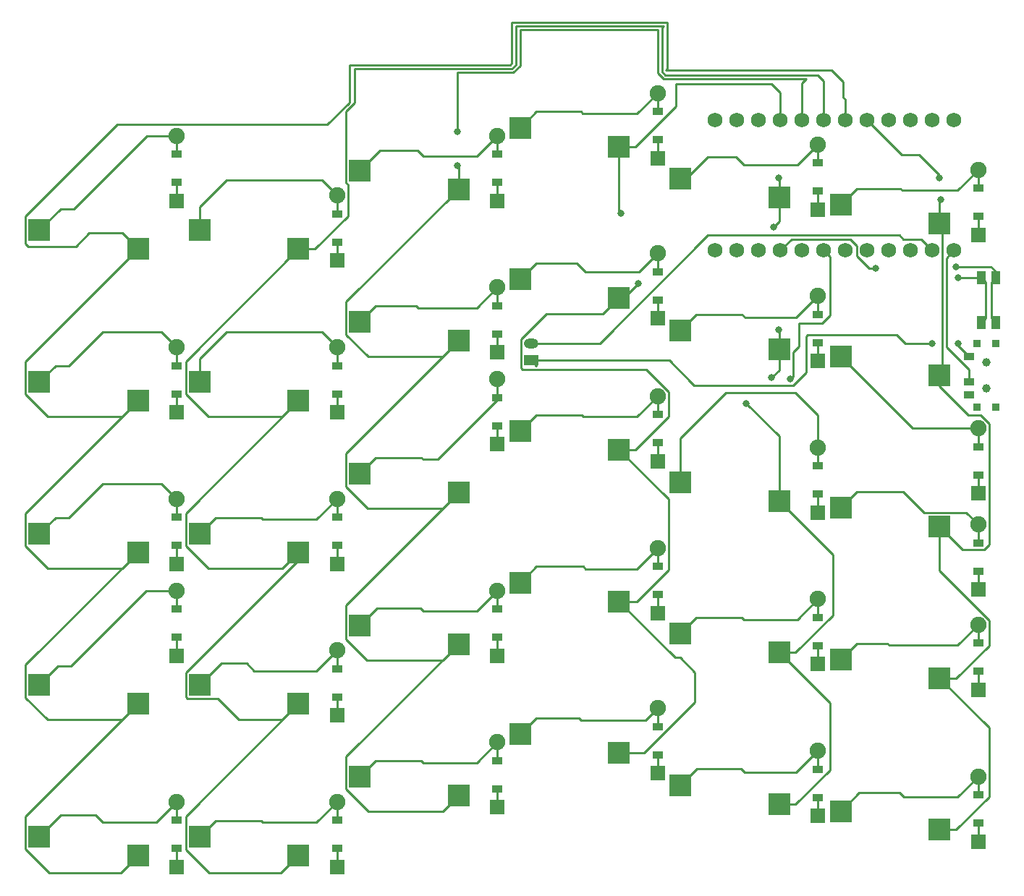
<source format=gbr>
%TF.GenerationSoftware,KiCad,Pcbnew,7.0.8*%
%TF.CreationDate,2024-07-17T12:42:57-03:00*%
%TF.ProjectId,left,6c656674-2e6b-4696-9361-645f70636258,v1.0.0*%
%TF.SameCoordinates,Original*%
%TF.FileFunction,Copper,L2,Bot*%
%TF.FilePolarity,Positive*%
%FSLAX46Y46*%
G04 Gerber Fmt 4.6, Leading zero omitted, Abs format (unit mm)*
G04 Created by KiCad (PCBNEW 7.0.8) date 2024-07-17 12:42:57*
%MOMM*%
%LPD*%
G01*
G04 APERTURE LIST*
%TA.AperFunction,SMDPad,CuDef*%
%ADD10R,0.900000X0.900000*%
%TD*%
%TA.AperFunction,WasherPad*%
%ADD11C,1.000000*%
%TD*%
%TA.AperFunction,SMDPad,CuDef*%
%ADD12R,1.250000X0.900000*%
%TD*%
%TA.AperFunction,SMDPad,CuDef*%
%ADD13R,2.600000X2.600000*%
%TD*%
%TA.AperFunction,ComponentPad*%
%ADD14R,1.778000X1.778000*%
%TD*%
%TA.AperFunction,SMDPad,CuDef*%
%ADD15R,1.200000X0.900000*%
%TD*%
%TA.AperFunction,ComponentPad*%
%ADD16C,1.905000*%
%TD*%
%TA.AperFunction,ComponentPad*%
%ADD17R,1.700000X1.200000*%
%TD*%
%TA.AperFunction,ComponentPad*%
%ADD18O,1.700000X1.200000*%
%TD*%
%TA.AperFunction,ComponentPad*%
%ADD19C,1.752600*%
%TD*%
%TA.AperFunction,SMDPad,CuDef*%
%ADD20R,1.000000X1.550000*%
%TD*%
%TA.AperFunction,ViaPad*%
%ADD21C,0.800000*%
%TD*%
%TA.AperFunction,Conductor*%
%ADD22C,0.250000*%
%TD*%
G04 APERTURE END LIST*
D10*
%TO.P,T1,*%
%TO.N,*%
X203650000Y-96050000D03*
X201450000Y-96050000D03*
D11*
X202550000Y-98250000D03*
X202550000Y-101250000D03*
D10*
X203650000Y-103450000D03*
X201450000Y-103450000D03*
D12*
%TO.P,T1,1*%
%TO.N,pos*%
X200475000Y-97500000D03*
%TO.P,T1,2*%
%TO.N,RAW*%
X200475000Y-100500000D03*
%TO.P,T1,3*%
%TO.N,N/C*%
X200475000Y-102000000D03*
%TD*%
D13*
%TO.P,S21,1*%
%TO.N,P011*%
X178275000Y-149950000D03*
%TO.P,S21,2*%
%TO.N,fifth_mod*%
X166725000Y-147750000D03*
%TD*%
%TO.P,S26,1*%
%TO.N,P017*%
X197025000Y-152950000D03*
%TO.P,S26,2*%
%TO.N,sixth_mod*%
X185475000Y-150750000D03*
%TD*%
D14*
%TO.P,D19,1*%
%TO.N,P029*%
X182800000Y-98060000D03*
D15*
X182800000Y-95900000D03*
%TO.P,D19,2*%
%TO.N,fifth_top*%
X182800000Y-92600000D03*
D16*
X182800000Y-90440000D03*
%TD*%
D13*
%TO.P,S6,1*%
%TO.N,P022*%
X122025000Y-155950000D03*
%TO.P,S6,2*%
%TO.N,second_mod*%
X110475000Y-153750000D03*
%TD*%
D14*
%TO.P,D23,1*%
%TO.N,P031*%
X201550000Y-83310000D03*
D15*
X201550000Y-81150000D03*
%TO.P,D23,2*%
%TO.N,sixth_num*%
X201550000Y-77850000D03*
D16*
X201550000Y-75690000D03*
%TD*%
D14*
%TO.P,D20,1*%
%TO.N,P031*%
X182800000Y-80310000D03*
D15*
X182800000Y-78150000D03*
%TO.P,D20,2*%
%TO.N,fifth_num*%
X182800000Y-74850000D03*
D16*
X182800000Y-72690000D03*
%TD*%
D14*
%TO.P,D29,1*%
%TO.N,P113*%
X164050000Y-146310000D03*
D15*
X164050000Y-144150000D03*
%TO.P,D29,2*%
%TO.N,fourth_mod*%
X164050000Y-140850000D03*
D16*
X164050000Y-138690000D03*
%TD*%
D14*
%TO.P,D12,1*%
%TO.N,P031*%
X145300000Y-79310000D03*
D15*
X145300000Y-77150000D03*
%TO.P,D12,2*%
%TO.N,third_num*%
X145300000Y-73850000D03*
D16*
X145300000Y-71690000D03*
%TD*%
D13*
%TO.P,S17,1*%
%TO.N,P100*%
X159525000Y-126200000D03*
%TO.P,S17,2*%
%TO.N,fourth_bottom*%
X147975000Y-124000000D03*
%TD*%
D14*
%TO.P,D25,1*%
%TO.N,P002*%
X201550000Y-124810000D03*
D15*
X201550000Y-122650000D03*
%TO.P,D25,2*%
%TO.N,sixth_home*%
X201550000Y-119350000D03*
D16*
X201550000Y-117190000D03*
%TD*%
D13*
%TO.P,S9,1*%
%TO.N,P022*%
X122025000Y-102700000D03*
%TO.P,S9,2*%
%TO.N,second_top*%
X110475000Y-100500000D03*
%TD*%
D14*
%TO.P,D17,1*%
%TO.N,P115*%
X182800000Y-133560000D03*
D15*
X182800000Y-131400000D03*
%TO.P,D17,2*%
%TO.N,fifth_bottom*%
X182800000Y-128100000D03*
D16*
X182800000Y-125940000D03*
%TD*%
D13*
%TO.P,S27,1*%
%TO.N,P017*%
X197025000Y-135200000D03*
%TO.P,S27,2*%
%TO.N,sixth_bottom*%
X185475000Y-133000000D03*
%TD*%
%TO.P,S5,1*%
%TO.N,P020*%
X103275000Y-84950000D03*
%TO.P,S5,2*%
%TO.N,first_num*%
X91725000Y-82750000D03*
%TD*%
%TO.P,S1,1*%
%TO.N,P020*%
X103275000Y-155950000D03*
%TO.P,S1,2*%
%TO.N,first_mod*%
X91725000Y-153750000D03*
%TD*%
D14*
%TO.P,D24,1*%
%TO.N,P029*%
X201550000Y-113560000D03*
D15*
X201550000Y-111400000D03*
%TO.P,D24,2*%
%TO.N,sixth_top*%
X201550000Y-108100000D03*
D16*
X201550000Y-105940000D03*
%TD*%
D13*
%TO.P,S28,1*%
%TO.N,P017*%
X197025000Y-117450000D03*
%TO.P,S28,2*%
%TO.N,sixth_home*%
X185475000Y-115250000D03*
%TD*%
%TO.P,S19,1*%
%TO.N,P100*%
X159525000Y-90700000D03*
%TO.P,S19,2*%
%TO.N,fourth_top*%
X147975000Y-88500000D03*
%TD*%
D14*
%TO.P,D27,1*%
%TO.N,P031*%
X107800000Y-79310000D03*
D15*
X107800000Y-77150000D03*
%TO.P,D27,2*%
%TO.N,first_num*%
X107800000Y-73850000D03*
D16*
X107800000Y-71690000D03*
%TD*%
D14*
%TO.P,D9,1*%
%TO.N,P113*%
X145300000Y-150310000D03*
D15*
X145300000Y-148150000D03*
%TO.P,D9,2*%
%TO.N,third_mod*%
X145300000Y-144850000D03*
D16*
X145300000Y-142690000D03*
%TD*%
D14*
%TO.P,D13,1*%
%TO.N,P115*%
X164050000Y-127560000D03*
D15*
X164050000Y-125400000D03*
%TO.P,D13,2*%
%TO.N,fourth_bottom*%
X164050000Y-122100000D03*
D16*
X164050000Y-119940000D03*
%TD*%
D14*
%TO.P,D14,1*%
%TO.N,P002*%
X164050000Y-109810000D03*
D15*
X164050000Y-107650000D03*
%TO.P,D14,2*%
%TO.N,fourth_home*%
X164050000Y-104350000D03*
D16*
X164050000Y-102190000D03*
%TD*%
D13*
%TO.P,S29,1*%
%TO.N,P017*%
X197025000Y-99700000D03*
%TO.P,S29,2*%
%TO.N,sixth_top*%
X185475000Y-97500000D03*
%TD*%
%TO.P,S7,1*%
%TO.N,P022*%
X122025000Y-138200000D03*
%TO.P,S7,2*%
%TO.N,second_bottom*%
X110475000Y-136000000D03*
%TD*%
%TO.P,S22,1*%
%TO.N,P011*%
X178275000Y-132200000D03*
%TO.P,S22,2*%
%TO.N,fifth_bottom*%
X166725000Y-130000000D03*
%TD*%
%TO.P,S4,1*%
%TO.N,P020*%
X103275000Y-102700000D03*
%TO.P,S4,2*%
%TO.N,first_top*%
X91725000Y-100500000D03*
%TD*%
D14*
%TO.P,D18,1*%
%TO.N,P002*%
X182800000Y-115810000D03*
D15*
X182800000Y-113650000D03*
%TO.P,D18,2*%
%TO.N,fifth_home*%
X182800000Y-110350000D03*
D16*
X182800000Y-108190000D03*
%TD*%
D13*
%TO.P,S20,1*%
%TO.N,P100*%
X159525000Y-72950000D03*
%TO.P,S20,2*%
%TO.N,fourth_num*%
X147975000Y-70750000D03*
%TD*%
%TO.P,S8,1*%
%TO.N,P022*%
X122025000Y-120450000D03*
%TO.P,S8,2*%
%TO.N,second_home*%
X110475000Y-118250000D03*
%TD*%
D14*
%TO.P,D6,1*%
%TO.N,P002*%
X126550000Y-121810000D03*
D15*
X126550000Y-119650000D03*
%TO.P,D6,2*%
%TO.N,second_home*%
X126550000Y-116350000D03*
D16*
X126550000Y-114190000D03*
%TD*%
D13*
%TO.P,S23,1*%
%TO.N,P011*%
X178275000Y-114450000D03*
%TO.P,S23,2*%
%TO.N,fifth_home*%
X166725000Y-112250000D03*
%TD*%
D14*
%TO.P,D2,1*%
%TO.N,P002*%
X107800000Y-121810000D03*
D15*
X107800000Y-119650000D03*
%TO.P,D2,2*%
%TO.N,first_home*%
X107800000Y-116350000D03*
D16*
X107800000Y-114190000D03*
%TD*%
D14*
%TO.P,D8,1*%
%TO.N,P031*%
X126550000Y-86310000D03*
D15*
X126550000Y-84150000D03*
%TO.P,D8,2*%
%TO.N,second_num*%
X126550000Y-80850000D03*
D16*
X126550000Y-78690000D03*
%TD*%
D13*
%TO.P,S12,1*%
%TO.N,P024*%
X140775000Y-131200000D03*
%TO.P,S12,2*%
%TO.N,third_bottom*%
X129225000Y-129000000D03*
%TD*%
D14*
%TO.P,D21,1*%
%TO.N,P113*%
X201550000Y-154310000D03*
D15*
X201550000Y-152150000D03*
%TO.P,D21,2*%
%TO.N,sixth_mod*%
X201550000Y-148850000D03*
D16*
X201550000Y-146690000D03*
%TD*%
D14*
%TO.P,D3,1*%
%TO.N,P029*%
X107800000Y-104060000D03*
D15*
X107800000Y-101900000D03*
%TO.P,D3,2*%
%TO.N,first_top*%
X107800000Y-98600000D03*
D16*
X107800000Y-96440000D03*
%TD*%
D13*
%TO.P,S24,1*%
%TO.N,P011*%
X178275000Y-96700000D03*
%TO.P,S24,2*%
%TO.N,fifth_top*%
X166725000Y-94500000D03*
%TD*%
D14*
%TO.P,D30,1*%
%TO.N,P029*%
X164050000Y-93060000D03*
D15*
X164050000Y-90900000D03*
%TO.P,D30,2*%
%TO.N,fourth_top*%
X164050000Y-87600000D03*
D16*
X164050000Y-85440000D03*
%TD*%
D13*
%TO.P,S30,1*%
%TO.N,P017*%
X197025000Y-81950000D03*
%TO.P,S30,2*%
%TO.N,sixth_num*%
X185475000Y-79750000D03*
%TD*%
D14*
%TO.P,D10,1*%
%TO.N,P115*%
X145300000Y-132560000D03*
D15*
X145300000Y-130400000D03*
%TO.P,D10,2*%
%TO.N,third_bottom*%
X145300000Y-127100000D03*
D16*
X145300000Y-124940000D03*
%TD*%
D14*
%TO.P,D28,1*%
%TO.N,P002*%
X145300000Y-107810000D03*
D15*
X145300000Y-105650000D03*
%TO.P,D28,2*%
%TO.N,third_home*%
X145300000Y-102350000D03*
D16*
X145300000Y-100190000D03*
%TD*%
D14*
%TO.P,D5,1*%
%TO.N,P115*%
X126550000Y-139560000D03*
D15*
X126550000Y-137400000D03*
%TO.P,D5,2*%
%TO.N,second_bottom*%
X126550000Y-134100000D03*
D16*
X126550000Y-131940000D03*
%TD*%
D13*
%TO.P,S18,1*%
%TO.N,P100*%
X159525000Y-108450000D03*
%TO.P,S18,2*%
%TO.N,fourth_home*%
X147975000Y-106250000D03*
%TD*%
%TO.P,S13,1*%
%TO.N,P024*%
X140775000Y-113450000D03*
%TO.P,S13,2*%
%TO.N,third_home*%
X129225000Y-111250000D03*
%TD*%
D14*
%TO.P,D16,1*%
%TO.N,P113*%
X182800000Y-151310000D03*
D15*
X182800000Y-149150000D03*
%TO.P,D16,2*%
%TO.N,fifth_mod*%
X182800000Y-145850000D03*
D16*
X182800000Y-143690000D03*
%TD*%
D17*
%TO.P,JST1,1*%
%TO.N,pos*%
X149250000Y-98000000D03*
D18*
%TO.P,JST1,2*%
%TO.N,GND*%
X149250000Y-96000000D03*
%TD*%
D13*
%TO.P,S10,1*%
%TO.N,P022*%
X122025000Y-84950000D03*
%TO.P,S10,2*%
%TO.N,second_num*%
X110475000Y-82750000D03*
%TD*%
D14*
%TO.P,D7,1*%
%TO.N,P029*%
X126550000Y-104060000D03*
D15*
X126550000Y-101900000D03*
%TO.P,D7,2*%
%TO.N,second_top*%
X126550000Y-98600000D03*
D16*
X126550000Y-96440000D03*
%TD*%
D14*
%TO.P,D11,1*%
%TO.N,P029*%
X145300000Y-97060000D03*
D15*
X145300000Y-94900000D03*
%TO.P,D11,2*%
%TO.N,third_top*%
X145300000Y-91600000D03*
D16*
X145300000Y-89440000D03*
%TD*%
D13*
%TO.P,S2,1*%
%TO.N,P020*%
X103275000Y-138200000D03*
%TO.P,S2,2*%
%TO.N,first_bottom*%
X91725000Y-136000000D03*
%TD*%
%TO.P,S14,1*%
%TO.N,P024*%
X140775000Y-95700000D03*
%TO.P,S14,2*%
%TO.N,third_top*%
X129225000Y-93500000D03*
%TD*%
D19*
%TO.P,MCU1,1*%
%TO.N,P006*%
X198720000Y-69880000D03*
%TO.P,MCU1,2*%
%TO.N,P008*%
X196180000Y-69880000D03*
%TO.P,MCU1,3*%
%TO.N,GND*%
X193640000Y-69880000D03*
%TO.P,MCU1,4*%
X191100000Y-69880000D03*
%TO.P,MCU1,5*%
%TO.N,P017*%
X188560000Y-69880000D03*
%TO.P,MCU1,6*%
%TO.N,P020*%
X186020000Y-69880000D03*
%TO.P,MCU1,7*%
%TO.N,P022*%
X183480000Y-69880000D03*
%TO.P,MCU1,8*%
%TO.N,P024*%
X180940000Y-69880000D03*
%TO.P,MCU1,9*%
%TO.N,P100*%
X178400000Y-69880000D03*
%TO.P,MCU1,10*%
%TO.N,P011*%
X175860000Y-69880000D03*
%TO.P,MCU1,11*%
%TO.N,P104*%
X173320000Y-69880000D03*
%TO.P,MCU1,12*%
%TO.N,P106*%
X170780000Y-69880000D03*
%TO.P,MCU1,13*%
%TO.N,P009*%
X170780000Y-85120000D03*
%TO.P,MCU1,14*%
%TO.N,P010*%
X173320000Y-85120000D03*
%TO.P,MCU1,15*%
%TO.N,P111*%
X175860000Y-85120000D03*
%TO.P,MCU1,16*%
%TO.N,P113*%
X178400000Y-85120000D03*
%TO.P,MCU1,17*%
%TO.N,P115*%
X180940000Y-85120000D03*
%TO.P,MCU1,18*%
%TO.N,P002*%
X183480000Y-85120000D03*
%TO.P,MCU1,19*%
%TO.N,P029*%
X186020000Y-85120000D03*
%TO.P,MCU1,20*%
%TO.N,P031*%
X188560000Y-85120000D03*
%TO.P,MCU1,21*%
%TO.N,VCC*%
X191100000Y-85120000D03*
%TO.P,MCU1,22*%
%TO.N,RST*%
X193640000Y-85120000D03*
%TO.P,MCU1,23*%
%TO.N,GND*%
X196180000Y-85120000D03*
%TO.P,MCU1,24*%
%TO.N,RAW*%
X198720000Y-85120000D03*
%TD*%
D20*
%TO.P,B1,1*%
%TO.N,GND*%
X203600000Y-88325000D03*
X203600000Y-93575000D03*
%TO.P,B1,2*%
%TO.N,RST*%
X201900000Y-88325000D03*
X201900000Y-93575000D03*
%TD*%
D14*
%TO.P,D26,1*%
%TO.N,P115*%
X107800000Y-132560000D03*
D15*
X107800000Y-130400000D03*
%TO.P,D26,2*%
%TO.N,first_bottom*%
X107800000Y-127100000D03*
D16*
X107800000Y-124940000D03*
%TD*%
D13*
%TO.P,S16,1*%
%TO.N,P100*%
X159525000Y-143950000D03*
%TO.P,S16,2*%
%TO.N,fourth_mod*%
X147975000Y-141750000D03*
%TD*%
%TO.P,S3,1*%
%TO.N,P020*%
X103275000Y-120450000D03*
%TO.P,S3,2*%
%TO.N,first_home*%
X91725000Y-118250000D03*
%TD*%
D14*
%TO.P,D4,1*%
%TO.N,P113*%
X126550000Y-157310000D03*
D15*
X126550000Y-155150000D03*
%TO.P,D4,2*%
%TO.N,second_mod*%
X126550000Y-151850000D03*
D16*
X126550000Y-149690000D03*
%TD*%
D13*
%TO.P,S15,1*%
%TO.N,P024*%
X140775000Y-77950000D03*
%TO.P,S15,2*%
%TO.N,third_num*%
X129225000Y-75750000D03*
%TD*%
D14*
%TO.P,D15,1*%
%TO.N,P031*%
X164050000Y-74310000D03*
D15*
X164050000Y-72150000D03*
%TO.P,D15,2*%
%TO.N,fourth_num*%
X164050000Y-68850000D03*
D16*
X164050000Y-66690000D03*
%TD*%
D13*
%TO.P,S25,1*%
%TO.N,P011*%
X178275000Y-78950000D03*
%TO.P,S25,2*%
%TO.N,fifth_num*%
X166725000Y-76750000D03*
%TD*%
D14*
%TO.P,D1,1*%
%TO.N,P113*%
X107800000Y-157310000D03*
D15*
X107800000Y-155150000D03*
%TO.P,D1,2*%
%TO.N,first_mod*%
X107800000Y-151850000D03*
D16*
X107800000Y-149690000D03*
%TD*%
D13*
%TO.P,S11,1*%
%TO.N,P024*%
X140775000Y-148950000D03*
%TO.P,S11,2*%
%TO.N,third_mod*%
X129225000Y-146750000D03*
%TD*%
D14*
%TO.P,D22,1*%
%TO.N,P115*%
X201550000Y-136560000D03*
D15*
X201550000Y-134400000D03*
%TO.P,D22,2*%
%TO.N,sixth_bottom*%
X201550000Y-131100000D03*
D16*
X201550000Y-128940000D03*
%TD*%
D21*
%TO.N,P011*%
X177600000Y-82400000D03*
X178200000Y-94400000D03*
X177400000Y-100000000D03*
X174400000Y-103000000D03*
%TO.N,P100*%
X159800000Y-80800000D03*
X161800000Y-89000000D03*
%TO.N,P024*%
X140600000Y-75200000D03*
X140600000Y-71200000D03*
%TO.N,P011*%
X178200000Y-76600000D03*
%TO.N,P017*%
X197200000Y-79200000D03*
X197000000Y-76600000D03*
%TO.N,P113*%
X189600000Y-87200000D03*
%TO.N,P002*%
X179600000Y-100200000D03*
%TO.N,GND*%
X199000000Y-87000000D03*
%TO.N,RST*%
X199200000Y-88325000D03*
%TO.N,pos*%
X196200000Y-96000000D03*
X199200000Y-96000000D03*
%TD*%
D22*
%TO.N,GND*%
X157284620Y-96000000D02*
X169934620Y-83350000D01*
X169934620Y-83350000D02*
X192350000Y-83350000D01*
X192825000Y-83825000D02*
X194885000Y-83825000D01*
X192350000Y-83350000D02*
X192825000Y-83825000D01*
X149250000Y-96000000D02*
X157284620Y-96000000D01*
X194885000Y-83825000D02*
X196180000Y-85120000D01*
%TO.N,P113*%
X189600000Y-87200000D02*
X188800000Y-87200000D01*
X186600000Y-83800000D02*
X179720000Y-83800000D01*
X188800000Y-87200000D02*
X187358700Y-85758700D01*
X187358700Y-85758700D02*
X187358700Y-84558700D01*
X187358700Y-84558700D02*
X186600000Y-83800000D01*
X179720000Y-83800000D02*
X178400000Y-85120000D01*
%TO.N,fifth_home*%
X166725000Y-112250000D02*
X166725000Y-107075000D01*
X166725000Y-107075000D02*
X172000000Y-101800000D01*
X172000000Y-101800000D02*
X180200000Y-101800000D01*
X180200000Y-101800000D02*
X182800000Y-104400000D01*
X182800000Y-104400000D02*
X182800000Y-108190000D01*
%TO.N,P011*%
X178275000Y-81725000D02*
X178275000Y-78950000D01*
X178275000Y-96700000D02*
X178275000Y-94475000D01*
X178275000Y-94475000D02*
X178200000Y-94400000D01*
X177600000Y-82400000D02*
X178275000Y-81725000D01*
X177400000Y-100000000D02*
X178275000Y-99125000D01*
X178275000Y-114450000D02*
X178275000Y-106875000D01*
X178275000Y-99125000D02*
X178275000Y-96700000D01*
X178275000Y-106875000D02*
X174400000Y-103000000D01*
X178275000Y-132200000D02*
X180209620Y-132200000D01*
X184600000Y-120775000D02*
X178275000Y-114450000D01*
X180209620Y-132200000D02*
X184600000Y-127809620D01*
X184600000Y-127809620D02*
X184600000Y-120775000D01*
X178275000Y-149950000D02*
X180209620Y-149950000D01*
X180209620Y-149950000D02*
X184200000Y-145959620D01*
X184200000Y-138125000D02*
X178275000Y-132200000D01*
X184200000Y-145959620D02*
X184200000Y-138125000D01*
%TO.N,P100*%
X159800000Y-80800000D02*
X159525000Y-80525000D01*
X159525000Y-80525000D02*
X159525000Y-72950000D01*
X159525000Y-90700000D02*
X160100000Y-90700000D01*
X160100000Y-90700000D02*
X161800000Y-89000000D01*
X159525000Y-108450000D02*
X161459620Y-108450000D01*
X165327500Y-104582120D02*
X165327500Y-101660842D01*
X151025000Y-92575000D02*
X157650000Y-92575000D01*
X161459620Y-108450000D02*
X165327500Y-104582120D01*
X162716658Y-99050000D02*
X148250000Y-99050000D01*
X165327500Y-101660842D02*
X162716658Y-99050000D01*
X148250000Y-99050000D02*
X148075000Y-98875000D01*
X148075000Y-98875000D02*
X148075000Y-95525000D01*
X148075000Y-95525000D02*
X151025000Y-92575000D01*
X157650000Y-92575000D02*
X159525000Y-90700000D01*
X159525000Y-126200000D02*
X161600000Y-126200000D01*
X161600000Y-126200000D02*
X165327500Y-122472500D01*
X165327500Y-122472500D02*
X165327500Y-114252500D01*
X165327500Y-114252500D02*
X159525000Y-108450000D01*
X159525000Y-143950000D02*
X162459620Y-143950000D01*
X162459620Y-143950000D02*
X168425000Y-137984620D01*
X168425000Y-137984620D02*
X168425000Y-134495532D01*
X166125000Y-132800000D02*
X159525000Y-126200000D01*
X168425000Y-134495532D02*
X166729468Y-132800000D01*
X166729468Y-132800000D02*
X166125000Y-132800000D01*
%TO.N,P020*%
X103275000Y-84950000D02*
X101400000Y-83075000D01*
X101225000Y-158000000D02*
X103275000Y-155950000D01*
X125400000Y-70400000D02*
X128000000Y-67800000D01*
X101400000Y-83075000D02*
X97525000Y-83075000D01*
X92740380Y-104575000D02*
X101400000Y-104575000D01*
X186020000Y-67420000D02*
X186020000Y-69880000D01*
X100800000Y-70400000D02*
X125400000Y-70400000D01*
X184400000Y-64000000D02*
X185800000Y-65400000D01*
X90100000Y-133625000D02*
X90100000Y-137500000D01*
X90100000Y-137500000D02*
X92675000Y-140075000D01*
X90100000Y-151375000D02*
X90100000Y-155184620D01*
X165000000Y-64000000D02*
X184400000Y-64000000D01*
X101400000Y-140075000D02*
X103275000Y-138200000D01*
X90425000Y-84625000D02*
X90100000Y-84300000D01*
X90100000Y-119700000D02*
X92725000Y-122325000D01*
X147000000Y-58400000D02*
X165200000Y-58400000D01*
X128000000Y-63400000D02*
X146800000Y-63400000D01*
X103275000Y-84950000D02*
X90100000Y-98125000D01*
X90100000Y-98125000D02*
X90100000Y-101934620D01*
X128000000Y-67800000D02*
X128000000Y-63400000D01*
X101400000Y-122325000D02*
X103275000Y-120450000D01*
X103275000Y-102700000D02*
X90100000Y-115875000D01*
X90100000Y-101934620D02*
X92740380Y-104575000D01*
X92675000Y-140075000D02*
X101400000Y-140075000D01*
X92725000Y-122325000D02*
X101400000Y-122325000D01*
X97525000Y-83075000D02*
X95975000Y-84625000D01*
X90100000Y-84300000D02*
X90100000Y-81100000D01*
X90100000Y-81100000D02*
X100800000Y-70400000D01*
X90100000Y-115875000D02*
X90100000Y-119700000D01*
X103275000Y-120450000D02*
X90100000Y-133625000D01*
X185800000Y-65400000D02*
X185800000Y-67200000D01*
X147000000Y-63200000D02*
X147000000Y-58400000D01*
X165200000Y-58400000D02*
X165200000Y-63800000D01*
X185800000Y-67200000D02*
X186020000Y-67420000D01*
X146800000Y-63400000D02*
X147000000Y-63200000D01*
X90100000Y-155184620D02*
X92915380Y-158000000D01*
X165200000Y-63800000D02*
X165000000Y-64000000D01*
X95975000Y-84625000D02*
X90425000Y-84625000D01*
X101400000Y-104575000D02*
X103275000Y-102700000D01*
X92915380Y-158000000D02*
X101225000Y-158000000D01*
X103275000Y-138200000D02*
X90100000Y-151375000D01*
%TO.N,first_mod*%
X94249100Y-151225900D02*
X98270901Y-151225900D01*
X98270901Y-151225900D02*
X99134501Y-152089500D01*
X105400500Y-152089500D02*
X107800000Y-149690000D01*
X99134501Y-152089500D02*
X105400500Y-152089500D01*
X107800000Y-149690000D02*
X107800000Y-151850000D01*
X91725000Y-153750000D02*
X94249100Y-151225900D01*
%TO.N,first_bottom*%
X91725000Y-136000000D02*
X93922500Y-133802500D01*
X93922500Y-133802500D02*
X95397500Y-133802500D01*
X107800000Y-124940000D02*
X107800000Y-127100000D01*
X95397500Y-133802500D02*
X104260000Y-124940000D01*
X104260000Y-124940000D02*
X107800000Y-124940000D01*
%TO.N,first_home*%
X95170001Y-116375000D02*
X99134501Y-112410500D01*
X106020500Y-112410500D02*
X107800000Y-114190000D01*
X99134501Y-112410500D02*
X106020500Y-112410500D01*
X93600000Y-116375000D02*
X95170001Y-116375000D01*
X91725000Y-118250000D02*
X93600000Y-116375000D01*
X107800000Y-114190000D02*
X107800000Y-116350000D01*
%TO.N,first_top*%
X93600000Y-98625000D02*
X95170001Y-98625000D01*
X107800000Y-96440000D02*
X107800000Y-98600000D01*
X91725000Y-100500000D02*
X93600000Y-98625000D01*
X106020500Y-94660500D02*
X107800000Y-96440000D01*
X95170001Y-98625000D02*
X99134501Y-94660500D01*
X99134501Y-94660500D02*
X106020500Y-94660500D01*
%TO.N,first_num*%
X107800000Y-71690000D02*
X107800000Y-73850000D01*
X94249100Y-80225900D02*
X95774100Y-80225900D01*
X104310000Y-71690000D02*
X107800000Y-71690000D01*
X91725000Y-82750000D02*
X94249100Y-80225900D01*
X95774100Y-80225900D02*
X104310000Y-71690000D01*
%TO.N,P022*%
X112625000Y-137625000D02*
X115075000Y-140075000D01*
X111490380Y-122325000D02*
X120150000Y-122325000D01*
X128600000Y-63850000D02*
X146986396Y-63850000D01*
X122025000Y-121390380D02*
X108850000Y-134565380D01*
X115075000Y-140075000D02*
X120150000Y-140075000D01*
X108850000Y-101934620D02*
X111490380Y-104575000D01*
X120150000Y-104575000D02*
X122025000Y-102700000D01*
X108850000Y-115875000D02*
X108850000Y-119684620D01*
X122025000Y-138200000D02*
X108850000Y-151375000D01*
X122025000Y-120450000D02*
X122025000Y-121390380D01*
X128600000Y-67836396D02*
X128600000Y-63850000D01*
X127600000Y-68836396D02*
X128600000Y-67836396D01*
X182800000Y-64600000D02*
X183480000Y-65280000D01*
X127600000Y-77184620D02*
X127600000Y-68836396D01*
X111490380Y-104575000D02*
X120150000Y-104575000D01*
X122025000Y-84950000D02*
X123959620Y-84950000D01*
X164963604Y-64600000D02*
X182800000Y-64600000D01*
X120150000Y-140075000D02*
X122025000Y-138200000D01*
X122025000Y-84950000D02*
X108850000Y-98125000D01*
X183480000Y-65280000D02*
X183480000Y-69880000D01*
X127827500Y-77412120D02*
X127600000Y-77184620D01*
X108850000Y-98125000D02*
X108850000Y-101934620D01*
X164750000Y-58850000D02*
X164550000Y-59050000D01*
X120150000Y-122325000D02*
X122025000Y-120450000D01*
X108850000Y-155250000D02*
X111600000Y-158000000D01*
X108850000Y-134565380D02*
X108850000Y-137434620D01*
X164550000Y-64186396D02*
X164963604Y-64600000D01*
X108850000Y-119684620D02*
X111490380Y-122325000D01*
X147450000Y-63386396D02*
X147450000Y-58850000D01*
X147450000Y-58850000D02*
X164750000Y-58850000D01*
X123959620Y-84950000D02*
X127827500Y-81082120D01*
X164550000Y-59050000D02*
X164550000Y-64186396D01*
X122025000Y-102700000D02*
X108850000Y-115875000D01*
X108850000Y-137434620D02*
X109040380Y-137625000D01*
X111600000Y-158000000D02*
X119975000Y-158000000D01*
X108850000Y-151375000D02*
X108850000Y-155250000D01*
X146986396Y-63850000D02*
X147450000Y-63386396D01*
X119975000Y-158000000D02*
X122025000Y-155950000D01*
X109040380Y-137625000D02*
X112625000Y-137625000D01*
X127827500Y-81082120D02*
X127827500Y-77412120D01*
%TO.N,second_mod*%
X124150500Y-152089500D02*
X126550000Y-149690000D01*
X112350000Y-151875000D02*
X117670001Y-151875000D01*
X117884501Y-152089500D02*
X124150500Y-152089500D01*
X110475000Y-153750000D02*
X112350000Y-151875000D01*
X126550000Y-149690000D02*
X126550000Y-151850000D01*
X117670001Y-151875000D02*
X117884501Y-152089500D01*
%TO.N,second_bottom*%
X110475000Y-136000000D02*
X112999100Y-133475900D01*
X115984600Y-133475900D02*
X116848200Y-134339500D01*
X116848200Y-134339500D02*
X124150500Y-134339500D01*
X112999100Y-133475900D02*
X115984600Y-133475900D01*
X124150500Y-134339500D02*
X126550000Y-131940000D01*
X126550000Y-131940000D02*
X126550000Y-134100000D01*
%TO.N,second_home*%
X112350000Y-116375000D02*
X117670001Y-116375000D01*
X117895001Y-116600000D02*
X124140000Y-116600000D01*
X126550000Y-114190000D02*
X126550000Y-116350000D01*
X110475000Y-118250000D02*
X112350000Y-116375000D01*
X124140000Y-116600000D02*
X126550000Y-114190000D01*
X117670001Y-116375000D02*
X117895001Y-116600000D01*
%TO.N,second_top*%
X110475000Y-100500000D02*
X110475000Y-97791316D01*
X110475000Y-97791316D02*
X113605816Y-94660500D01*
X113605816Y-94660500D02*
X124770500Y-94660500D01*
X126550000Y-96440000D02*
X126550000Y-98600000D01*
X124770500Y-94660500D02*
X126550000Y-96440000D01*
%TO.N,second_num*%
X113605816Y-76910500D02*
X124770500Y-76910500D01*
X124770500Y-76910500D02*
X126550000Y-78690000D01*
X110475000Y-82750000D02*
X110475000Y-80041316D01*
X110475000Y-80041316D02*
X113605816Y-76910500D01*
X126550000Y-78690000D02*
X126550000Y-80850000D01*
%TO.N,P024*%
X147172792Y-64300000D02*
X148000000Y-63472792D01*
X148000000Y-63472792D02*
X148000000Y-59300000D01*
X140775000Y-77950000D02*
X127600000Y-91125000D01*
X140775000Y-75375000D02*
X140600000Y-75200000D01*
X127600000Y-91125000D02*
X127600000Y-95000000D01*
X140775000Y-113450000D02*
X127600000Y-126625000D01*
X127600000Y-108875000D02*
X127600000Y-112800000D01*
X138900000Y-133075000D02*
X140775000Y-131200000D01*
X138900000Y-115325000D02*
X140775000Y-113450000D01*
X140600000Y-64300000D02*
X147172792Y-64300000D01*
X164100000Y-64372792D02*
X164777208Y-65050000D01*
X127600000Y-126625000D02*
X127600000Y-130600000D01*
X138900000Y-150825000D02*
X140775000Y-148950000D01*
X127600000Y-112800000D02*
X130125000Y-115325000D01*
X140775000Y-131200000D02*
X127600000Y-144375000D01*
X140775000Y-77950000D02*
X140775000Y-75375000D01*
X130075000Y-133075000D02*
X138900000Y-133075000D01*
X181400000Y-65050000D02*
X180940000Y-65510000D01*
X127600000Y-144375000D02*
X127600000Y-148184620D01*
X138900000Y-97575000D02*
X140775000Y-95700000D01*
X127600000Y-130600000D02*
X130075000Y-133075000D01*
X164777208Y-65050000D02*
X181400000Y-65050000D01*
X130240380Y-150825000D02*
X138900000Y-150825000D01*
X180940000Y-65510000D02*
X180940000Y-69880000D01*
X127600000Y-148184620D02*
X130240380Y-150825000D01*
X140775000Y-95700000D02*
X127600000Y-108875000D01*
X127600000Y-95000000D02*
X130175000Y-97575000D01*
X130125000Y-115325000D02*
X138900000Y-115325000D01*
X148000000Y-59300000D02*
X164100000Y-59300000D01*
X140600000Y-71200000D02*
X140600000Y-64300000D01*
X164100000Y-59300000D02*
X164100000Y-64372792D01*
X130175000Y-97575000D02*
X138900000Y-97575000D01*
%TO.N,third_mod*%
X142900500Y-145089500D02*
X145300000Y-142690000D01*
X131100000Y-144875000D02*
X136420001Y-144875000D01*
X129225000Y-146750000D02*
X131100000Y-144875000D01*
X136634501Y-145089500D02*
X142900500Y-145089500D01*
X136420001Y-144875000D02*
X136634501Y-145089500D01*
X145300000Y-142690000D02*
X145300000Y-144850000D01*
%TO.N,third_bottom*%
X145300000Y-124940000D02*
X145300000Y-127100000D01*
X131225000Y-127000000D02*
X136295001Y-127000000D01*
X136634501Y-127339500D02*
X142900500Y-127339500D01*
X129225000Y-129000000D02*
X131225000Y-127000000D01*
X142900500Y-127339500D02*
X145300000Y-124940000D01*
X136295001Y-127000000D02*
X136634501Y-127339500D01*
%TO.N,third_home*%
X131100000Y-109375000D02*
X136420001Y-109375000D01*
X136634501Y-109589500D02*
X138365499Y-109589500D01*
X145300000Y-102654999D02*
X145300000Y-100190000D01*
X129225000Y-111250000D02*
X131100000Y-109375000D01*
X145300000Y-100190000D02*
X145300000Y-102350000D01*
X138365499Y-109589500D02*
X145300000Y-102654999D01*
X136420001Y-109375000D02*
X136634501Y-109589500D01*
%TO.N,third_top*%
X129225000Y-93500000D02*
X131100000Y-91625000D01*
X142900500Y-91839500D02*
X145300000Y-89440000D01*
X131100000Y-91625000D02*
X135825000Y-91625000D01*
X145300000Y-89440000D02*
X145300000Y-91600000D01*
X135825000Y-91625000D02*
X136039500Y-91839500D01*
X136039500Y-91839500D02*
X142900500Y-91839500D01*
%TO.N,third_num*%
X145300000Y-71690000D02*
X145300000Y-73850000D01*
X131547500Y-73427500D02*
X135972501Y-73427500D01*
X135972501Y-73427500D02*
X136634501Y-74089500D01*
X129225000Y-75750000D02*
X131547500Y-73427500D01*
X142900500Y-74089500D02*
X145300000Y-71690000D01*
X136634501Y-74089500D02*
X142900500Y-74089500D01*
%TO.N,P100*%
X161459620Y-72950000D02*
X166200000Y-68209620D01*
X159525000Y-72950000D02*
X161459620Y-72950000D01*
X177400000Y-65600000D02*
X178400000Y-66600000D01*
X166200000Y-68209620D02*
X166200000Y-65600000D01*
X178400000Y-66600000D02*
X178400000Y-69880000D01*
X166200000Y-65600000D02*
X177400000Y-65600000D01*
%TO.N,fourth_mod*%
X162650500Y-140089500D02*
X164050000Y-138690000D01*
X147975000Y-141750000D02*
X149850000Y-139875000D01*
X154875000Y-139875000D02*
X155089500Y-140089500D01*
X164050000Y-138690000D02*
X164050000Y-140850000D01*
X149850000Y-139875000D02*
X154875000Y-139875000D01*
X155089500Y-140089500D02*
X162650500Y-140089500D01*
%TO.N,fourth_bottom*%
X149850000Y-122125000D02*
X155325000Y-122125000D01*
X155600000Y-122400000D02*
X161590000Y-122400000D01*
X161590000Y-122400000D02*
X164050000Y-119940000D01*
X147975000Y-124000000D02*
X149850000Y-122125000D01*
X155325000Y-122125000D02*
X155600000Y-122400000D01*
X164050000Y-119940000D02*
X164050000Y-122100000D01*
%TO.N,fourth_home*%
X147975000Y-106250000D02*
X149850000Y-104375000D01*
X164050000Y-102190000D02*
X164050000Y-104350000D01*
X149850000Y-104375000D02*
X155170001Y-104375000D01*
X155170001Y-104375000D02*
X155384501Y-104589500D01*
X155384501Y-104589500D02*
X161650500Y-104589500D01*
X161650500Y-104589500D02*
X164050000Y-102190000D01*
%TO.N,fourth_top*%
X161890000Y-87600000D02*
X164050000Y-85440000D01*
X154625000Y-86625000D02*
X155600000Y-87600000D01*
X155600000Y-87600000D02*
X161890000Y-87600000D01*
X149850000Y-86625000D02*
X154625000Y-86625000D01*
X147975000Y-88500000D02*
X149850000Y-86625000D01*
X164050000Y-85440000D02*
X164050000Y-87600000D01*
%TO.N,fourth_num*%
X149850000Y-68875000D02*
X155075000Y-68875000D01*
X147975000Y-70750000D02*
X149850000Y-68875000D01*
X155289500Y-69089500D02*
X161650500Y-69089500D01*
X155075000Y-68875000D02*
X155289500Y-69089500D01*
X164050000Y-66690000D02*
X164050000Y-68850000D01*
X161650500Y-69089500D02*
X164050000Y-66690000D01*
%TO.N,P011*%
X178275000Y-76675000D02*
X178200000Y-76600000D01*
X178275000Y-78950000D02*
X178275000Y-76675000D01*
%TO.N,fifth_mod*%
X174245001Y-146200000D02*
X180290000Y-146200000D01*
X182800000Y-143690000D02*
X182800000Y-145850000D01*
X168675000Y-145800000D02*
X173845001Y-145800000D01*
X180290000Y-146200000D02*
X182800000Y-143690000D01*
X166725000Y-147750000D02*
X168675000Y-145800000D01*
X173845001Y-145800000D02*
X174245001Y-146200000D01*
%TO.N,fifth_bottom*%
X166725000Y-130000000D02*
X168600000Y-128125000D01*
X174134501Y-128339500D02*
X180400500Y-128339500D01*
X182800000Y-125940000D02*
X182800000Y-128100000D01*
X173920001Y-128125000D02*
X174134501Y-128339500D01*
X168600000Y-128125000D02*
X173920001Y-128125000D01*
X180400500Y-128339500D02*
X182800000Y-125940000D01*
%TO.N,fifth_home*%
X182800000Y-108190000D02*
X182800000Y-110350000D01*
%TO.N,fifth_top*%
X173920001Y-92625000D02*
X174295001Y-93000000D01*
X166725000Y-94500000D02*
X168600000Y-92625000D01*
X180240000Y-93000000D02*
X182800000Y-90440000D01*
X174295001Y-93000000D02*
X180240000Y-93000000D01*
X182800000Y-90440000D02*
X182800000Y-92600000D01*
X168600000Y-92625000D02*
X173920001Y-92625000D01*
%TO.N,fifth_num*%
X180400500Y-75089500D02*
X182800000Y-72690000D01*
X169898350Y-74200000D02*
X173245001Y-74200000D01*
X173245001Y-74200000D02*
X174134501Y-75089500D01*
X182800000Y-72690000D02*
X182800000Y-74850000D01*
X166725000Y-76750000D02*
X167348350Y-76750000D01*
X167348350Y-76750000D02*
X169898350Y-74200000D01*
X174134501Y-75089500D02*
X180400500Y-75089500D01*
%TO.N,P017*%
X202827500Y-131372500D02*
X202827500Y-128410842D01*
X197025000Y-79375000D02*
X197025000Y-81950000D01*
X199000000Y-135200000D02*
X202827500Y-131372500D01*
X197025000Y-122608342D02*
X197025000Y-117450000D01*
X198959620Y-152950000D02*
X202827500Y-149082120D01*
X202827500Y-128410842D02*
X197025000Y-122608342D01*
X197025000Y-99700000D02*
X197381300Y-99343700D01*
X199700000Y-120125000D02*
X202284620Y-120125000D01*
X197025000Y-152950000D02*
X198959620Y-152950000D01*
X197200000Y-79200000D02*
X197025000Y-79375000D01*
X202827500Y-141002500D02*
X197025000Y-135200000D01*
X197025000Y-101000000D02*
X197025000Y-99700000D01*
X192590500Y-73910500D02*
X194615499Y-73910500D01*
X202827500Y-119582120D02*
X202827500Y-105410842D01*
X197381300Y-99343700D02*
X197381300Y-82306300D01*
X202284620Y-120125000D02*
X202827500Y-119582120D01*
X197025000Y-117450000D02*
X199700000Y-120125000D01*
X194615499Y-73910500D02*
X197000000Y-76295001D01*
X197000000Y-76295001D02*
X197000000Y-76600000D01*
X197381300Y-82306300D02*
X197025000Y-81950000D01*
X188560000Y-69880000D02*
X192590500Y-73910500D01*
X202827500Y-149082120D02*
X202827500Y-141002500D01*
X201816658Y-104400000D02*
X200425000Y-104400000D01*
X200425000Y-104400000D02*
X197025000Y-101000000D01*
X197025000Y-135200000D02*
X199000000Y-135200000D01*
X202827500Y-105410842D02*
X201816658Y-104400000D01*
%TO.N,sixth_mod*%
X199150500Y-149089500D02*
X201550000Y-146690000D01*
X192395001Y-148600000D02*
X192884501Y-149089500D01*
X201550000Y-146690000D02*
X201550000Y-148850000D01*
X187625000Y-148600000D02*
X192395001Y-148600000D01*
X185475000Y-150750000D02*
X187625000Y-148600000D01*
X192884501Y-149089500D02*
X199150500Y-149089500D01*
%TO.N,sixth_bottom*%
X191139500Y-131339500D02*
X199150500Y-131339500D01*
X201550000Y-128940000D02*
X201550000Y-131100000D01*
X199150500Y-131339500D02*
X201550000Y-128940000D01*
X190925000Y-131125000D02*
X191139500Y-131339500D01*
X187350000Y-131125000D02*
X190925000Y-131125000D01*
X185475000Y-133000000D02*
X187350000Y-131125000D01*
%TO.N,sixth_home*%
X185475000Y-115250000D02*
X187350000Y-113375000D01*
X195225000Y-115825000D02*
X200185000Y-115825000D01*
X201550000Y-119350000D02*
X201550000Y-117190000D01*
X192775000Y-113375000D02*
X195225000Y-115825000D01*
X187350000Y-113375000D02*
X192775000Y-113375000D01*
X200185000Y-115825000D02*
X201550000Y-117190000D01*
%TO.N,sixth_top*%
X193915000Y-105940000D02*
X201550000Y-105940000D01*
X201550000Y-105940000D02*
X201550000Y-108100000D01*
X185475000Y-97500000D02*
X193915000Y-105940000D01*
%TO.N,sixth_num*%
X192475000Y-77875000D02*
X192689500Y-78089500D01*
X185475000Y-79750000D02*
X187350000Y-77875000D01*
X192689500Y-78089500D02*
X199150500Y-78089500D01*
X199150500Y-78089500D02*
X201550000Y-75690000D01*
X201550000Y-75690000D02*
X201550000Y-77850000D01*
X187350000Y-77875000D02*
X192475000Y-77875000D01*
%TO.N,P113*%
X182800000Y-151310000D02*
X182800000Y-149150000D01*
X201550000Y-154310000D02*
X201550000Y-152150000D01*
X164050000Y-146310000D02*
X164050000Y-144150000D01*
X107800000Y-157310000D02*
X107800000Y-155150000D01*
X145300000Y-150310000D02*
X145300000Y-148150000D01*
X126550000Y-157310000D02*
X126550000Y-155150000D01*
%TO.N,P002*%
X184200000Y-92709620D02*
X184200000Y-85840000D01*
X183309620Y-93600000D02*
X184200000Y-92709620D01*
X180600000Y-93600000D02*
X183309620Y-93600000D01*
X184200000Y-85840000D02*
X183480000Y-85120000D01*
X179900000Y-99900000D02*
X179900000Y-97009620D01*
X182800000Y-115810000D02*
X182800000Y-113650000D01*
X179600000Y-100200000D02*
X179900000Y-99900000D01*
X201550000Y-124810000D02*
X201550000Y-122650000D01*
X164050000Y-109810000D02*
X164050000Y-107650000D01*
X107800000Y-121810000D02*
X107800000Y-119650000D01*
X126550000Y-121810000D02*
X126550000Y-119650000D01*
X179900000Y-97009620D02*
X180600000Y-96309620D01*
X145300000Y-107810000D02*
X145300000Y-105650000D01*
X180600000Y-96309620D02*
X180600000Y-93600000D01*
%TO.N,P029*%
X164050000Y-93060000D02*
X164050000Y-90900000D01*
X201550000Y-113560000D02*
X201550000Y-111400000D01*
X126550000Y-104060000D02*
X126550000Y-101900000D01*
X107800000Y-104060000D02*
X107800000Y-101900000D01*
X182800000Y-98060000D02*
X182800000Y-95900000D01*
X145300000Y-97060000D02*
X145300000Y-94900000D01*
%TO.N,P115*%
X182800000Y-133560000D02*
X182800000Y-131400000D01*
X126550000Y-139560000D02*
X126550000Y-137400000D01*
X107800000Y-132560000D02*
X107800000Y-130400000D01*
X164050000Y-127560000D02*
X164050000Y-125400000D01*
X201550000Y-136560000D02*
X201550000Y-134400000D01*
X145300000Y-132560000D02*
X145300000Y-130400000D01*
%TO.N,P031*%
X145300000Y-79310000D02*
X145300000Y-77150000D01*
X126550000Y-86310000D02*
X126550000Y-84150000D01*
X201550000Y-83310000D02*
X201550000Y-81150000D01*
X182800000Y-80310000D02*
X182800000Y-78150000D01*
X164050000Y-74310000D02*
X164050000Y-72150000D01*
X107800000Y-79310000D02*
X107800000Y-77150000D01*
%TO.N,RAW*%
X197831300Y-86008700D02*
X198720000Y-85120000D01*
X200475000Y-100500000D02*
X200475000Y-99075000D01*
X197831300Y-96431300D02*
X197831300Y-86008700D01*
X200475000Y-99075000D02*
X197831300Y-96431300D01*
%TO.N,GND*%
X203100000Y-88825000D02*
X203100000Y-93075000D01*
X203600000Y-88325000D02*
X203100000Y-88825000D01*
X203600000Y-88325000D02*
X203600000Y-87550000D01*
X203600000Y-87550000D02*
X203050000Y-87000000D01*
X203050000Y-87000000D02*
X199000000Y-87000000D01*
X203100000Y-93075000D02*
X203600000Y-93575000D01*
%TO.N,RST*%
X202400000Y-93075000D02*
X202400000Y-88825000D01*
X202400000Y-88825000D02*
X201900000Y-88325000D01*
X199200000Y-88325000D02*
X201900000Y-88325000D01*
X201900000Y-93575000D02*
X202400000Y-93075000D01*
%TO.N,pos*%
X192045001Y-95000000D02*
X193045001Y-96000000D01*
X181600000Y-95000000D02*
X192045001Y-95000000D01*
X165400000Y-98000000D02*
X168000000Y-100600000D01*
X181400000Y-99425305D02*
X181400000Y-95200000D01*
X199200000Y-96000000D02*
X199200000Y-96225000D01*
X149250000Y-98000000D02*
X165400000Y-98000000D01*
X193045001Y-96000000D02*
X196200000Y-96000000D01*
X181400000Y-95200000D02*
X181600000Y-95000000D01*
X179900305Y-100925000D02*
X181400000Y-99425305D01*
X149250000Y-98000000D02*
X149850000Y-98600000D01*
X168000000Y-100600000D02*
X168325000Y-100925000D01*
X199200000Y-96225000D02*
X200475000Y-97500000D01*
X168325000Y-100925000D02*
X179900305Y-100925000D01*
%TD*%
M02*

</source>
